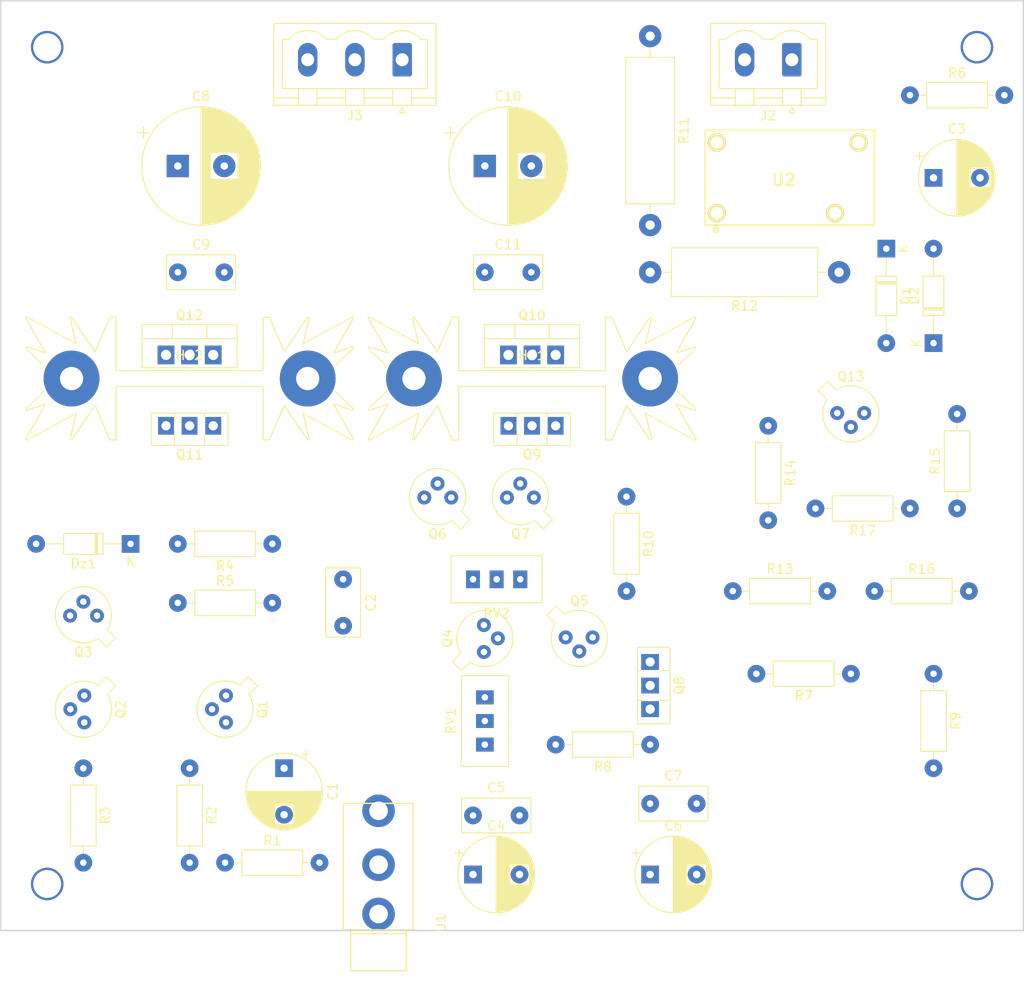
<source format=kicad_pcb>
(kicad_pcb (version 20171130) (host pcbnew "(5.1.9)-1")
  (title_block (title Amplificateur) (date 2021-04-20) (rev V0) (company "INSA GEI") (comment 1 "Par Clémence Arnal et Thomas Boursac"))
  (layers (0 F.Cu signal) (31 B.Cu signal) (34 B.Paste user) (35 F.Paste user) (36 B.SilkS user) (37 F.SilkS user) (38 B.Mask user) (39 F.Mask user) (44 Edge.Cuts user))
  (net 0 "")
  (net 1 "Net-(C1-Pad1)")
  (net 2 "Net-(C1-Pad2)")
  (net 3 "Net-(C2-Pad2)")
  (net 4 "Net-(C2-Pad1)")
  (net 5 -12V)
  (net 6 "Net-(C3-Pad1)")
  (net 7 +12V)
  (net 8 GND)
  (net 9 "Net-(D1-Pad2)")
  (net 10 "Net-(D2-Pad1)")
  (net 11 "Net-(Dz1-Pad2)")
  (net 12 "Net-(J2-Pad1)")
  (net 13 "Net-(Q1-Pad1)")
  (net 14 "Net-(Q2-Pad2)")
  (net 15 "Net-(Q2-Pad3)")
  (net 16 "Net-(Q3-Pad1)")
  (net 17 "Net-(Q4-Pad1)")
  (net 18 "Net-(Q5-Pad1)")
  (net 19 "Net-(Q6-Pad1)")
  (net 20 "Net-(Q6-Pad2)")
  (net 21 "Net-(Q6-Pad3)")
  (net 22 "Net-(Q7-Pad1)")
  (net 23 "Net-(Q8-Pad3)")
  (net 24 "Net-(Q10-Pad1)")
  (net 25 "Net-(Q10-Pad2)")
  (net 26 "Net-(Q11-Pad1)")
  (net 27 "Net-(Q11-Pad2)")
  (net 28 "Net-(R8-Pad2)")
  (net 29 "Net-(R10-Pad2)")
  (net 30 "Net-(R11-Pad2)")
  (net 31 "Net-(U1-PadTN)")
  (module CmpAmpliAudio:CP_Radial_D8.0mm_P5.00mm (layer F.Cu) (at 74.93 127 270)
    (fp_text reference C1 (at 2.5 -5.25 90) (layer F.SilkS))
    (fp_text value 47u)
    (pad 1 thru_hole rect (at 0 0 270) (size 1.9 1.9) (drill 0.8) (layers *.Cu *.Mask) (net 1 "Net-(C1-Pad1)"))
    (pad 2 thru_hole circle (at 5 0 270) (size 1.9 1.9) (drill 0.8) (layers *.Cu *.Mask) (net 2 "Net-(C1-Pad2)"))
  )
  (module CmpAmpliAudio:C_Rect_L7.2mm_W3.5mm_P5.00mm_FKS2_FKP2_MKS2_MKP2 (layer F.Cu) (at 81.28 106.68 270)
    (fp_text reference C2 (at 2.5 -3 90) (layer F.SilkS))
    (fp_text value C)
    (pad 2 thru_hole circle (at 5 0 270) (size 1.9 1.9) (drill 0.7) (layers *.Cu *.Mask) (net 3 "Net-(C2-Pad2)"))
    (pad 1 thru_hole circle (at 0 0 270) (size 1.9 1.9) (drill 0.7) (layers *.Cu *.Mask) (net 4 "Net-(C2-Pad1)"))
  )
  (module CmpAmpliAudio:CP_Radial_D8.0mm_P5.00mm (layer F.Cu) (at 144.78 63.5)
    (fp_text reference C3 (at 2.5 -5.25) (layer F.SilkS))
    (fp_text value 47u)
    (pad 2 thru_hole circle (at 5 0) (size 1.9 1.9) (drill 0.8) (layers *.Cu *.Mask) (net 5 -12V))
    (pad 1 thru_hole rect (at 0 0) (size 1.9 1.9) (drill 0.8) (layers *.Cu *.Mask) (net 6 "Net-(C3-Pad1)"))
  )
  (module CmpAmpliAudio:CP_Radial_D8.0mm_P5.00mm (layer F.Cu) (at 95.25 138.43)
    (fp_text reference C4 (at 2.5 -5.25) (layer F.SilkS))
    (fp_text value 10u)
    (pad 1 thru_hole rect (at 0 0) (size 1.9 1.9) (drill 0.8) (layers *.Cu *.Mask) (net 7 +12V))
    (pad 2 thru_hole circle (at 5 0) (size 1.9 1.9) (drill 0.8) (layers *.Cu *.Mask) (net 8 GND))
  )
  (module CmpAmpliAudio:C_Rect_L7.2mm_W3.5mm_P5.00mm_FKS2_FKP2_MKS2_MKP2 (layer F.Cu) (at 95.25 132.08)
    (fp_text reference C5 (at 2.5 -3) (layer F.SilkS))
    (fp_text value 100n)
    (pad 2 thru_hole circle (at 5 0) (size 1.9 1.9) (drill 0.7) (layers *.Cu *.Mask) (net 8 GND))
    (pad 1 thru_hole circle (at 0 0) (size 1.9 1.9) (drill 0.7) (layers *.Cu *.Mask) (net 7 +12V))
  )
  (module CmpAmpliAudio:CP_Radial_D8.0mm_P5.00mm (layer F.Cu) (at 114.3 138.43)
    (fp_text reference C6 (at 2.5 -5.25) (layer F.SilkS))
    (fp_text value 10u)
    (pad 2 thru_hole circle (at 5 0) (size 1.9 1.9) (drill 0.8) (layers *.Cu *.Mask) (net 5 -12V))
    (pad 1 thru_hole rect (at 0 0) (size 1.9 1.9) (drill 0.8) (layers *.Cu *.Mask) (net 8 GND))
  )
  (module CmpAmpliAudio:C_Rect_L7.2mm_W3.5mm_P5.00mm_FKS2_FKP2_MKS2_MKP2 (layer F.Cu) (at 114.3 130.81)
    (fp_text reference C7 (at 2.5 -3) (layer F.SilkS))
    (fp_text value 100n)
    (pad 1 thru_hole circle (at 0 0) (size 1.9 1.9) (drill 0.7) (layers *.Cu *.Mask) (net 8 GND))
    (pad 2 thru_hole circle (at 5 0) (size 1.9 1.9) (drill 0.7) (layers *.Cu *.Mask) (net 5 -12V))
  )
  (module CmpAmpliAudio:CP_Radial_D12.5mm_P5.00mm (layer F.Cu) (at 63.5 62.23)
    (fp_text reference C8 (at 2.5 -7.5) (layer F.SilkS))
    (fp_text value 470u)
    (pad 2 thru_hole circle (at 5 0) (size 2.4 2.4) (drill 0.8) (layers *.Cu *.Mask) (net 8 GND))
    (pad 1 thru_hole rect (at 0 0) (size 2.4 2.4) (drill 0.8) (layers *.Cu *.Mask) (net 7 +12V))
  )
  (module CmpAmpliAudio:C_Rect_L7.2mm_W3.5mm_P5.00mm_FKS2_FKP2_MKS2_MKP2 (layer F.Cu) (at 63.5 73.66)
    (fp_text reference C9 (at 2.5 -3) (layer F.SilkS))
    (fp_text value 100n)
    (pad 1 thru_hole circle (at 0 0) (size 1.9 1.9) (drill 0.7) (layers *.Cu *.Mask) (net 7 +12V))
    (pad 2 thru_hole circle (at 5 0) (size 1.9 1.9) (drill 0.7) (layers *.Cu *.Mask) (net 8 GND))
  )
  (module CmpAmpliAudio:CP_Radial_D12.5mm_P5.00mm (layer F.Cu) (at 96.52 62.23)
    (fp_text reference C10 (at 2.5 -7.5) (layer F.SilkS))
    (fp_text value 470u)
    (pad 1 thru_hole rect (at 0 0) (size 2.4 2.4) (drill 0.8) (layers *.Cu *.Mask) (net 8 GND))
    (pad 2 thru_hole circle (at 5 0) (size 2.4 2.4) (drill 0.8) (layers *.Cu *.Mask) (net 5 -12V))
  )
  (module CmpAmpliAudio:C_Rect_L7.2mm_W3.5mm_P5.00mm_FKS2_FKP2_MKS2_MKP2 (layer F.Cu) (at 96.52 73.66)
    (fp_text reference C11 (at 2.5 -3) (layer F.SilkS))
    (fp_text value 100n)
    (pad 1 thru_hole circle (at 0 0) (size 1.9 1.9) (drill 0.7) (layers *.Cu *.Mask) (net 8 GND))
    (pad 2 thru_hole circle (at 5 0) (size 1.9 1.9) (drill 0.7) (layers *.Cu *.Mask) (net 5 -12V))
  )
  (module CmpAmpliAudio:D_DO-35_SOD27_P10.16mm_Horizontal (layer F.Cu) (at 139.7 71.12 270)
    (fp_text reference D1 (at 5.08 -2.12 90) (layer F.SilkS))
    (fp_text value 1N4148)
    (fp_text user K (at 0 -1.8 90) (layer F.SilkS))
    (pad 1 thru_hole rect (at 0 0 270) (size 1.9 1.9) (drill 0.7) (layers *.Cu *.Mask) (net 7 +12V))
    (pad 2 thru_hole oval (at 10.16 0 270) (size 1.9 1.9) (drill 0.7) (layers *.Cu *.Mask) (net 9 "Net-(D1-Pad2)"))
  )
  (module CmpAmpliAudio:D_DO-35_SOD27_P10.16mm_Horizontal (layer F.Cu) (at 144.78 81.28 90)
    (fp_text reference D2 (at 5.08 -2.12 90) (layer F.SilkS))
    (fp_text value 1N4148)
    (fp_text user K (at 0 -1.8 90) (layer F.SilkS))
    (pad 2 thru_hole oval (at 10.16 0 90) (size 1.9 1.9) (drill 0.7) (layers *.Cu *.Mask) (net 6 "Net-(C3-Pad1)"))
    (pad 1 thru_hole rect (at 0 0 90) (size 1.9 1.9) (drill 0.7) (layers *.Cu *.Mask) (net 10 "Net-(D2-Pad1)"))
  )
  (module CmpAmpliAudio:D_DO-35_SOD27_P10.16mm_Horizontal (layer F.Cu) (at 58.42 102.87 180)
    (fp_text reference Dz1 (at 5.08 -2.12) (layer F.SilkS))
    (fp_text value BZX55C5V1)
    (fp_text user K (at 0 -1.8) (layer F.SilkS))
    (pad 1 thru_hole rect (at 0 0 180) (size 1.9 1.9) (drill 0.7) (layers *.Cu *.Mask) (net 7 +12V))
    (pad 2 thru_hole oval (at 10.16 0 180) (size 1.9 1.9) (drill 0.7) (layers *.Cu *.Mask) (net 11 "Net-(Dz1-Pad2)"))
  )
  (module CmpAmpliAudio:Heatsink_Fischer_SK104-STC-STIC_35x13mm_2xDrill2.5mm (layer F.Cu) (at 101.6 85.09)
    (fp_text reference HS1 (at -0.025 -2.5) (layer F.SilkS))
    (fp_text value Heatsink)
    (pad 1 thru_hole circle (at 12.7 0) (size 6 6) (drill 2.5) (layers *.Cu *.Mask))
    (pad 1 thru_hole circle (at -12.7 0 180) (size 6 6) (drill 2.5) (layers *.Cu *.Mask))
  )
  (module CmpAmpliAudio:Heatsink_Fischer_SK104-STC-STIC_35x13mm_2xDrill2.5mm (layer F.Cu) (at 64.77 85.09)
    (fp_text reference HS2 (at -0.025 -2.5) (layer F.SilkS))
    (fp_text value Heatsink)
    (pad 1 thru_hole circle (at -12.7 0 180) (size 6 6) (drill 2.5) (layers *.Cu *.Mask))
    (pad 1 thru_hole circle (at 12.7 0) (size 6 6) (drill 2.5) (layers *.Cu *.Mask))
  )
  (module CmpAmpliAudio:PhoenixContact_MSTBVA_2,5_2-G-5,08_1x02_P5.08mm_Vertical (layer F.Cu) (at 129.54 50.8 180)
    (fp_text reference J2 (at 2.54 -6) (layer F.SilkS))
    (fp_text value Conn_01x02)
    (pad 1 thru_hole roundrect (at 0 0 180) (size 2.08 3.6) (drill 1.4) (layers *.Cu *.Mask) (roundrect_rratio 0.120192) (net 12 "Net-(J2-Pad1)"))
    (pad 2 thru_hole oval (at 5.08 0 180) (size 2.08 3.6) (drill 1.4) (layers *.Cu *.Mask) (net 8 GND))
  )
  (module CmpAmpliAudio:PhoenixContact_MSTBVA_2,5_3-G-5,08_1x03_P5.08mm_Vertical (layer F.Cu) (at 87.63 50.8 180)
    (fp_text reference J3 (at 5.08 -6) (layer F.SilkS))
    (fp_text value Conn_01x03)
    (pad 1 thru_hole roundrect (at 0 0 180) (size 2.08 3.6) (drill 1.4) (layers *.Cu *.Mask) (roundrect_rratio 0.120192) (net 5 -12V))
    (pad 2 thru_hole oval (at 5.08 0 180) (size 2.08 3.6) (drill 1.4) (layers *.Cu *.Mask) (net 8 GND))
    (pad 3 thru_hole oval (at 10.16 0 180) (size 2.08 3.6) (drill 1.4) (layers *.Cu *.Mask) (net 7 +12V))
  )
  (module CmpAmpliAudio:TO-18-3 (layer F.Cu) (at 68.58 119.38 270)
    (fp_text reference Q1 (at 1.27 -4.02 90) (layer F.SilkS))
    (fp_text value 2N2907)
    (pad 3 thru_hole circle (at 2.7 -0.1 270) (size 1.5 1.5) (drill 0.7) (layers *.Cu *.Mask) (net 3 "Net-(C2-Pad2)"))
    (pad 2 thru_hole circle (at 1.27 1.4 270) (size 1.5 1.5) (drill 0.7) (layers *.Cu *.Mask) (net 1 "Net-(C1-Pad1)"))
    (pad 1 thru_hole circle (at -0.2 -0.1 270) (size 1.5 1.5) (drill 0.7) (layers *.Cu *.Mask) (net 13 "Net-(Q1-Pad1)"))
  )
  (module CmpAmpliAudio:TO-18-3 (layer F.Cu) (at 53.34 119.38 270)
    (fp_text reference Q2 (at 1.27 -4.02 90) (layer F.SilkS))
    (fp_text value 2N2907)
    (pad 1 thru_hole circle (at -0.2 -0.1 270) (size 1.5 1.5) (drill 0.7) (layers *.Cu *.Mask) (net 13 "Net-(Q1-Pad1)"))
    (pad 2 thru_hole circle (at 1.27 1.4 270) (size 1.5 1.5) (drill 0.7) (layers *.Cu *.Mask) (net 14 "Net-(Q2-Pad2)"))
    (pad 3 thru_hole circle (at 2.7 -0.1 270) (size 1.5 1.5) (drill 0.7) (layers *.Cu *.Mask) (net 15 "Net-(Q2-Pad3)"))
  )
  (module CmpAmpliAudio:TO-18-3 (layer F.Cu) (at 54.61 110.49 180)
    (fp_text reference Q3 (at 1.27 -4.02) (layer F.SilkS))
    (fp_text value 2N2907)
    (pad 3 thru_hole circle (at 2.7 -0.1 180) (size 1.5 1.5) (drill 0.7) (layers *.Cu *.Mask) (net 13 "Net-(Q1-Pad1)"))
    (pad 2 thru_hole circle (at 1.27 1.4 180) (size 1.5 1.5) (drill 0.7) (layers *.Cu *.Mask) (net 11 "Net-(Dz1-Pad2)"))
    (pad 1 thru_hole circle (at -0.2 -0.1 180) (size 1.5 1.5) (drill 0.7) (layers *.Cu *.Mask) (net 16 "Net-(Q3-Pad1)"))
  )
  (module CmpAmpliAudio:TO-18-3 (layer F.Cu) (at 96.52 114.3 90)
    (fp_text reference Q4 (at 1.27 -4.02 90) (layer F.SilkS))
    (fp_text value 2N2222)
    (pad 1 thru_hole circle (at -0.2 -0.1 90) (size 1.5 1.5) (drill 0.7) (layers *.Cu *.Mask) (net 17 "Net-(Q4-Pad1)"))
    (pad 2 thru_hole circle (at 1.27 1.4 90) (size 1.5 1.5) (drill 0.7) (layers *.Cu *.Mask) (net 3 "Net-(C2-Pad2)"))
    (pad 3 thru_hole circle (at 2.7 -0.1 90) (size 1.5 1.5) (drill 0.7) (layers *.Cu *.Mask) (net 4 "Net-(C2-Pad1)"))
  )
  (module CmpAmpliAudio:TO-18-3 (layer F.Cu) (at 105.41 113.03)
    (fp_text reference Q5 (at 1.27 -4.02) (layer F.SilkS))
    (fp_text value 2N2222)
    (pad 3 thru_hole circle (at 2.7 -0.1) (size 1.5 1.5) (drill 0.7) (layers *.Cu *.Mask) (net 4 "Net-(C2-Pad1)"))
    (pad 2 thru_hole circle (at 1.27 1.4) (size 1.5 1.5) (drill 0.7) (layers *.Cu *.Mask) (net 17 "Net-(Q4-Pad1)"))
    (pad 1 thru_hole circle (at -0.2 -0.1) (size 1.5 1.5) (drill 0.7) (layers *.Cu *.Mask) (net 18 "Net-(Q5-Pad1)"))
  )
  (module CmpAmpliAudio:TO-18-3 (layer F.Cu) (at 92.71 97.79 180)
    (fp_text reference Q6 (at 1.27 -4.02) (layer F.SilkS))
    (fp_text value 2N2907)
    (pad 1 thru_hole circle (at -0.2 -0.1 180) (size 1.5 1.5) (drill 0.7) (layers *.Cu *.Mask) (net 19 "Net-(Q6-Pad1)"))
    (pad 2 thru_hole circle (at 1.27 1.4 180) (size 1.5 1.5) (drill 0.7) (layers *.Cu *.Mask) (net 20 "Net-(Q6-Pad2)"))
    (pad 3 thru_hole circle (at 2.7 -0.1 180) (size 1.5 1.5) (drill 0.7) (layers *.Cu *.Mask) (net 21 "Net-(Q6-Pad3)"))
  )
  (module CmpAmpliAudio:TO-18-3 (layer F.Cu) (at 101.6 97.79 180)
    (fp_text reference Q7 (at 1.27 -4.02) (layer F.SilkS))
    (fp_text value 2N2907)
    (pad 3 thru_hole circle (at 2.7 -0.1 180) (size 1.5 1.5) (drill 0.7) (layers *.Cu *.Mask) (net 20 "Net-(Q6-Pad2)"))
    (pad 2 thru_hole circle (at 1.27 1.4 180) (size 1.5 1.5) (drill 0.7) (layers *.Cu *.Mask) (net 20 "Net-(Q6-Pad2)"))
    (pad 1 thru_hole circle (at -0.2 -0.1 180) (size 1.5 1.5) (drill 0.7) (layers *.Cu *.Mask) (net 22 "Net-(Q7-Pad1)"))
  )
  (module CmpAmpliAudio:TO-126-3_Vertical (layer F.Cu) (at 114.3 115.57 270)
    (fp_text reference Q8 (at 2.54 -3.12 90) (layer F.SilkS))
    (fp_text value BD139)
    (pad 1 thru_hole rect (at 0 0 270) (size 1.7 1.9) (drill 1) (layers *.Cu *.Mask) (net 4 "Net-(C2-Pad1)"))
    (pad 2 thru_hole rect (at 2.54 0 270) (size 1.7 1.9) (drill 1) (layers *.Cu *.Mask) (net 21 "Net-(Q6-Pad3)"))
    (pad 3 thru_hole rect (at 5.08 0 270) (size 1.7 1.9) (drill 1) (layers *.Cu *.Mask) (net 23 "Net-(Q8-Pad3)"))
  )
  (module CmpAmpliAudio:TO-126-3_Vertical (layer F.Cu) (at 104.14 90.17 180)
    (fp_text reference Q9 (at 2.54 -3.12) (layer F.SilkS))
    (fp_text value BD139)
    (pad 3 thru_hole rect (at 5.08 0 180) (size 1.7 1.9) (drill 1) (layers *.Cu *.Mask) (net 21 "Net-(Q6-Pad3)"))
    (pad 2 thru_hole rect (at 2.54 0 180) (size 1.7 1.9) (drill 1) (layers *.Cu *.Mask) (net 24 "Net-(Q10-Pad1)"))
    (pad 1 thru_hole rect (at 0 0 180) (size 1.7 1.9) (drill 1) (layers *.Cu *.Mask) (net 25 "Net-(Q10-Pad2)"))
  )
  (module CmpAmpliAudio:TO-220-3_Vertical (layer F.Cu) (at 99.06 82.55)
    (fp_text reference Q10 (at 2.54 -4.27) (layer F.SilkS))
    (fp_text value TIP32)
    (pad 1 thru_hole rect (at 0 0) (size 1.8 2) (drill 1.1) (layers *.Cu *.Mask) (net 24 "Net-(Q10-Pad1)"))
    (pad 2 thru_hole rect (at 2.54 0) (size 1.8 2) (drill 1.1) (layers *.Cu *.Mask) (net 25 "Net-(Q10-Pad2)"))
    (pad 3 thru_hole rect (at 5.08 0) (size 1.8 2) (drill 1.1) (layers *.Cu *.Mask) (net 7 +12V))
  )
  (module CmpAmpliAudio:TO-126-3_Vertical (layer F.Cu) (at 67.31 90.17 180)
    (fp_text reference Q11 (at 2.54 -3.12) (layer F.SilkS))
    (fp_text value BD138)
    (pad 1 thru_hole rect (at 0 0 180) (size 1.7 1.9) (drill 1) (layers *.Cu *.Mask) (net 26 "Net-(Q11-Pad1)"))
    (pad 2 thru_hole rect (at 2.54 0 180) (size 1.7 1.9) (drill 1) (layers *.Cu *.Mask) (net 27 "Net-(Q11-Pad2)"))
    (pad 3 thru_hole rect (at 5.08 0 180) (size 1.7 1.9) (drill 1) (layers *.Cu *.Mask) (net 4 "Net-(C2-Pad1)"))
  )
  (module CmpAmpliAudio:TO-220-3_Vertical (layer F.Cu) (at 62.23 82.55)
    (fp_text reference Q12 (at 2.54 -4.27) (layer F.SilkS))
    (fp_text value TIP31)
    (pad 3 thru_hole rect (at 5.08 0) (size 1.8 2) (drill 1.1) (layers *.Cu *.Mask) (net 5 -12V))
    (pad 2 thru_hole rect (at 2.54 0) (size 1.8 2) (drill 1.1) (layers *.Cu *.Mask) (net 26 "Net-(Q11-Pad1)"))
    (pad 1 thru_hole rect (at 0 0) (size 1.8 2) (drill 1.1) (layers *.Cu *.Mask) (net 27 "Net-(Q11-Pad2)"))
  )
  (module CmpAmpliAudio:TO-18-3 (layer F.Cu) (at 134.62 88.9)
    (fp_text reference Q13 (at 1.27 -4.02) (layer F.SilkS))
    (fp_text value 2N2222)
    (pad 1 thru_hole circle (at -0.2 -0.1) (size 1.5 1.5) (drill 0.7) (layers *.Cu *.Mask) (net 8 GND))
    (pad 2 thru_hole circle (at 1.27 1.4) (size 1.5 1.5) (drill 0.7) (layers *.Cu *.Mask) (net 10 "Net-(D2-Pad1)"))
    (pad 3 thru_hole circle (at 2.7 -0.1) (size 1.5 1.5) (drill 0.7) (layers *.Cu *.Mask) (net 9 "Net-(D1-Pad2)"))
  )
  (module CmpAmpliAudio:R_Axial_DIN0207_L6.3mm_D2.5mm_P10.16mm_Horizontal (layer F.Cu) (at 68.58 137.16)
    (fp_text reference R1 (at 5.08 -2.37) (layer F.SilkS))
    (fp_text value R)
    (pad 2 thru_hole circle (at 10.16 0) (size 1.9 1.9) (drill 0.7) (layers *.Cu *.Mask) (net 8 GND))
    (pad 1 thru_hole circle (at 0 0) (size 1.9 1.9) (drill 0.7) (layers *.Cu *.Mask) (net 1 "Net-(C1-Pad1)"))
  )
  (module CmpAmpliAudio:R_Axial_DIN0207_L6.3mm_D2.5mm_P10.16mm_Horizontal (layer F.Cu) (at 64.77 127 270)
    (fp_text reference R2 (at 5.08 -2.37 90) (layer F.SilkS))
    (fp_text value R)
    (pad 2 thru_hole circle (at 10.16 0 270) (size 1.9 1.9) (drill 0.7) (layers *.Cu *.Mask) (net 5 -12V))
    (pad 1 thru_hole circle (at 0 0 270) (size 1.9 1.9) (drill 0.7) (layers *.Cu *.Mask) (net 3 "Net-(C2-Pad2)"))
  )
  (module CmpAmpliAudio:R_Axial_DIN0207_L6.3mm_D2.5mm_P10.16mm_Horizontal (layer F.Cu) (at 53.34 127 270)
    (fp_text reference R3 (at 5.08 -2.37 90) (layer F.SilkS))
    (fp_text value R)
    (pad 1 thru_hole circle (at 0 0 270) (size 1.9 1.9) (drill 0.7) (layers *.Cu *.Mask) (net 15 "Net-(Q2-Pad3)"))
    (pad 2 thru_hole circle (at 10.16 0 270) (size 1.9 1.9) (drill 0.7) (layers *.Cu *.Mask) (net 5 -12V))
  )
  (module CmpAmpliAudio:R_Axial_DIN0207_L6.3mm_D2.5mm_P10.16mm_Horizontal (layer F.Cu) (at 73.66 102.87 180)
    (fp_text reference R4 (at 5.08 -2.37) (layer F.SilkS))
    (fp_text value R)
    (pad 1 thru_hole circle (at 0 0 180) (size 1.9 1.9) (drill 0.7) (layers *.Cu *.Mask) (net 7 +12V))
    (pad 2 thru_hole circle (at 10.16 0 180) (size 1.9 1.9) (drill 0.7) (layers *.Cu *.Mask) (net 16 "Net-(Q3-Pad1)"))
  )
  (module CmpAmpliAudio:R_Axial_DIN0207_L6.3mm_D2.5mm_P10.16mm_Horizontal (layer F.Cu) (at 63.5 109.22)
    (fp_text reference R5 (at 5.08 -2.37) (layer F.SilkS))
    (fp_text value R)
    (pad 2 thru_hole circle (at 10.16 0) (size 1.9 1.9) (drill 0.7) (layers *.Cu *.Mask) (net 8 GND))
    (pad 1 thru_hole circle (at 0 0) (size 1.9 1.9) (drill 0.7) (layers *.Cu *.Mask) (net 11 "Net-(Dz1-Pad2)"))
  )
  (module CmpAmpliAudio:R_Axial_DIN0207_L6.3mm_D2.5mm_P10.16mm_Horizontal (layer F.Cu) (at 142.24 54.61)
    (fp_text reference R6 (at 5.08 -2.37) (layer F.SilkS))
    (fp_text value R)
    (pad 2 thru_hole circle (at 10.16 0) (size 1.9 1.9) (drill 0.7) (layers *.Cu *.Mask) (net 5 -12V))
    (pad 1 thru_hole circle (at 0 0) (size 1.9 1.9) (drill 0.7) (layers *.Cu *.Mask) (net 18 "Net-(Q5-Pad1)"))
  )
  (module CmpAmpliAudio:R_Axial_DIN0207_L6.3mm_D2.5mm_P10.16mm_Horizontal (layer F.Cu) (at 135.89 116.84 180)
    (fp_text reference R7 (at 5.08 -2.37) (layer F.SilkS))
    (fp_text value R)
    (pad 1 thru_hole circle (at 0 0 180) (size 1.9 1.9) (drill 0.7) (layers *.Cu *.Mask) (net 7 +12V))
    (pad 2 thru_hole circle (at 10.16 0 180) (size 1.9 1.9) (drill 0.7) (layers *.Cu *.Mask) (net 19 "Net-(Q6-Pad1)"))
  )
  (module CmpAmpliAudio:R_Axial_DIN0207_L6.3mm_D2.5mm_P10.16mm_Horizontal (layer F.Cu) (at 114.3 124.46 180)
    (fp_text reference R8 (at 5.08 -2.37) (layer F.SilkS))
    (fp_text value R)
    (pad 1 thru_hole circle (at 0 0 180) (size 1.9 1.9) (drill 0.7) (layers *.Cu *.Mask) (net 4 "Net-(C2-Pad1)"))
    (pad 2 thru_hole circle (at 10.16 0 180) (size 1.9 1.9) (drill 0.7) (layers *.Cu *.Mask) (net 28 "Net-(R8-Pad2)"))
  )
  (module CmpAmpliAudio:R_Axial_DIN0207_L6.3mm_D2.5mm_P10.16mm_Horizontal (layer F.Cu) (at 144.78 116.84 270)
    (fp_text reference R9 (at 5.08 -2.37 90) (layer F.SilkS))
    (fp_text value R)
    (pad 2 thru_hole circle (at 10.16 0 270) (size 1.9 1.9) (drill 0.7) (layers *.Cu *.Mask) (net 22 "Net-(Q7-Pad1)"))
    (pad 1 thru_hole circle (at 0 0 270) (size 1.9 1.9) (drill 0.7) (layers *.Cu *.Mask) (net 7 +12V))
  )
  (module CmpAmpliAudio:R_Axial_DIN0207_L6.3mm_D2.5mm_P10.16mm_Horizontal (layer F.Cu) (at 111.76 97.79 270)
    (fp_text reference R10 (at 5.08 -2.37 90) (layer F.SilkS))
    (fp_text value R)
    (pad 1 thru_hole circle (at 0 0 270) (size 1.9 1.9) (drill 0.7) (layers *.Cu *.Mask) (net 20 "Net-(Q6-Pad2)"))
    (pad 2 thru_hole circle (at 10.16 0 270) (size 1.9 1.9) (drill 0.7) (layers *.Cu *.Mask) (net 29 "Net-(R10-Pad2)"))
  )
  (module CmpAmpliAudio:R_Axial_DIN0516_L15.5mm_D5.0mm_P20.32mm_Horizontal (layer F.Cu) (at 114.3 48.26 270)
    (fp_text reference R11 (at 10.16 -3.62 90) (layer F.SilkS))
    (fp_text value R)
    (pad 1 thru_hole circle (at 0 0 270) (size 2.4 2.4) (drill 1) (layers *.Cu *.Mask) (net 25 "Net-(Q10-Pad2)"))
    (pad 2 thru_hole oval (at 20.32 0 270) (size 2.4 2.4) (drill 1) (layers *.Cu *.Mask) (net 30 "Net-(R11-Pad2)"))
  )
  (module CmpAmpliAudio:R_Axial_DIN0516_L15.5mm_D5.0mm_P20.32mm_Horizontal (layer F.Cu) (at 134.62 73.66 180)
    (fp_text reference R12 (at 10.16 -3.62) (layer F.SilkS))
    (fp_text value R)
    (pad 2 thru_hole oval (at 20.32 0 180) (size 2.4 2.4) (drill 1) (layers *.Cu *.Mask) (net 26 "Net-(Q11-Pad1)"))
    (pad 1 thru_hole circle (at 0 0 180) (size 2.4 2.4) (drill 1) (layers *.Cu *.Mask) (net 30 "Net-(R11-Pad2)"))
  )
  (module CmpAmpliAudio:R_Axial_DIN0207_L6.3mm_D2.5mm_P10.16mm_Horizontal (layer F.Cu) (at 123.19 107.95)
    (fp_text reference R13 (at 5.08 -2.37) (layer F.SilkS))
    (fp_text value R)
    (pad 1 thru_hole circle (at 0 0) (size 1.9 1.9) (drill 0.7) (layers *.Cu *.Mask) (net 30 "Net-(R11-Pad2)"))
    (pad 2 thru_hole circle (at 10.16 0) (size 1.9 1.9) (drill 0.7) (layers *.Cu *.Mask) (net 8 GND))
  )
  (module CmpAmpliAudio:R_Axial_DIN0207_L6.3mm_D2.5mm_P10.16mm_Horizontal (layer F.Cu) (at 127 90.17 270)
    (fp_text reference R14 (at 5.08 -2.37 90) (layer F.SilkS))
    (fp_text value R)
    (pad 2 thru_hole circle (at 10.16 0 270) (size 1.9 1.9) (drill 0.7) (layers *.Cu *.Mask) (net 14 "Net-(Q2-Pad2)"))
    (pad 1 thru_hole circle (at 0 0 270) (size 1.9 1.9) (drill 0.7) (layers *.Cu *.Mask) (net 30 "Net-(R11-Pad2)"))
  )
  (module CmpAmpliAudio:R_Axial_DIN0207_L6.3mm_D2.5mm_P10.16mm_Horizontal (layer F.Cu) (at 147.32 99.06 90)
    (fp_text reference R15 (at 5.08 -2.37 90) (layer F.SilkS))
    (fp_text value R)
    (pad 1 thru_hole circle (at 0 0 90) (size 1.9 1.9) (drill 0.7) (layers *.Cu *.Mask) (net 14 "Net-(Q2-Pad2)"))
    (pad 2 thru_hole circle (at 10.16 0 90) (size 1.9 1.9) (drill 0.7) (layers *.Cu *.Mask) (net 8 GND))
  )
  (module CmpAmpliAudio:R_Axial_DIN0207_L6.3mm_D2.5mm_P10.16mm_Horizontal (layer F.Cu) (at 138.43 107.95)
    (fp_text reference R16 (at 5.08 -2.37) (layer F.SilkS))
    (fp_text value R)
    (pad 2 thru_hole circle (at 10.16 0) (size 1.9 1.9) (drill 0.7) (layers *.Cu *.Mask) (net 6 "Net-(C3-Pad1)"))
    (pad 1 thru_hole circle (at 0 0) (size 1.9 1.9) (drill 0.7) (layers *.Cu *.Mask) (net 7 +12V))
  )
  (module CmpAmpliAudio:R_Axial_DIN0207_L6.3mm_D2.5mm_P10.16mm_Horizontal (layer F.Cu) (at 142.24 99.06 180)
    (fp_text reference R17 (at 5.08 -2.37) (layer F.SilkS))
    (fp_text value R)
    (pad 1 thru_hole circle (at 0 0 180) (size 1.9 1.9) (drill 0.7) (layers *.Cu *.Mask) (net 10 "Net-(D2-Pad1)"))
    (pad 2 thru_hole circle (at 10.16 0 180) (size 1.9 1.9) (drill 0.7) (layers *.Cu *.Mask) (net 8 GND))
  )
  (module CmpAmpliAudio:Potentiometer_Bourns_3296W_Vertical (layer F.Cu) (at 96.52 119.38 90)
    (fp_text reference RV1 (at -2.54 -3.66 90) (layer F.SilkS))
    (fp_text value R_POT)
    (pad 3 thru_hole rect (at -5.08 0 90) (size 1.5 1.9) (drill 0.7) (layers *.Cu *.Mask) (net 28 "Net-(R8-Pad2)"))
    (pad 2 thru_hole rect (at -2.54 0 90) (size 1.5 1.9) (drill 0.7) (layers *.Cu *.Mask) (net 23 "Net-(Q8-Pad3)"))
    (pad 1 thru_hole rect (at 0 0 90) (size 1.5 1.9) (drill 0.7) (layers *.Cu *.Mask) (net 21 "Net-(Q6-Pad3)"))
  )
  (module CmpAmpliAudio:Potentiometer_Bourns_3296W_Vertical (layer F.Cu) (at 95.25 106.68 180)
    (fp_text reference RV2 (at -2.54 -3.66) (layer F.SilkS))
    (fp_text value R_POT)
    (pad 1 thru_hole rect (at 0 0 180) (size 1.5 1.9) (drill 0.7) (layers *.Cu *.Mask) (net 8 GND))
    (pad 2 thru_hole rect (at -2.54 0 180) (size 1.5 1.9) (drill 0.7) (layers *.Cu *.Mask) (net 29 "Net-(R10-Pad2)"))
    (pad 3 thru_hole rect (at -5.08 0 180) (size 1.5 1.9) (drill 0.7) (layers *.Cu *.Mask) (net 29 "Net-(R10-Pad2)"))
  )
  (module CmpAmpliAudio:Jack_35RAPC2AV (layer F.Cu) (at 85.09 144.78 90)
    (fp_text reference U1 (at 1.1 6.7 90) (layer F.SilkS))
    (fp_text value Jack_Mono)
    (pad TN thru_hole circle (at 13.2 0 90) (size 3.5 3.5) (drill 2) (layers *.Cu *.Mask) (net 31 "Net-(U1-PadTN)"))
    (pad G thru_hole circle (at 2.1 0 90) (size 3.5 3.5) (drill 2) (layers *.Cu *.Mask) (net 8 GND))
    (pad T thru_hole circle (at 7.4 0 90) (size 3.5 3.5) (drill 2) (layers *.Cu *.Mask) (net 2 "Net-(C1-Pad2)"))
  )
  (module OJ-SS-112LMH2_005:OJ-SS-112HM.000_1 (layer F.Cu) (at 138.43 63.5)
    (fp_text reference U2 (at -9.767 0.231) (layer F.SilkS) (effects (font (size 1.27 1.27) (thickness 0.254))))
    (fp_text value Relay_1CT hide)
    (pad 1 thru_hole circle (at -16.95 3.8 90) (size 1.95 1.95) (drill 1.3) (layers *.Cu *.Mask F.SilkS) (net 30 "Net-(R11-Pad2)"))
    (pad 2 thru_hole circle (at -4.25 3.8 90) (size 1.95 1.95) (drill 1.3) (layers *.Cu *.Mask F.SilkS) (net 9 "Net-(D1-Pad2)"))
    (pad 3 thru_hole circle (at -1.71 -3.8 90) (size 1.95 1.95) (drill 1.3) (layers *.Cu *.Mask F.SilkS) (net 7 +12V))
    (pad 4 thru_hole circle (at -16.95 -3.8 90) (size 1.95 1.95) (drill 1.3) (layers *.Cu *.Mask F.SilkS) (net 12 "Net-(J2-Pad1)"))
  )
  (gr_line (start 44.45 44.45) (end 44.45 144.45) (layer Edge.Cuts) (width 0.15))
  (gr_line (start 44.45 144.45) (end 154.45 144.45) (layer Edge.Cuts) (width 0.15))
  (gr_line (start 154.45 44.45) (end 154.45 144.45) (layer Edge.Cuts) (width 0.15))
  (gr_line (start 44.45 44.45) (end 154.45 44.45) (layer Edge.Cuts) (width 0.15))
  (via (at 49.45 49.45) (size 3.5) (drill 3) (layers F.Cu B.Cu) (net 0))
  (via (at 149.45 49.45) (size 3.5) (drill 3) (layers F.Cu B.Cu) (net 0))
  (via (at 49.45 139.45) (size 3.5) (drill 3) (layers F.Cu B.Cu) (net 0))
  (via (at 149.45 139.45) (size 3.5) (drill 3) (layers F.Cu B.Cu) (net 0))
)
</source>
